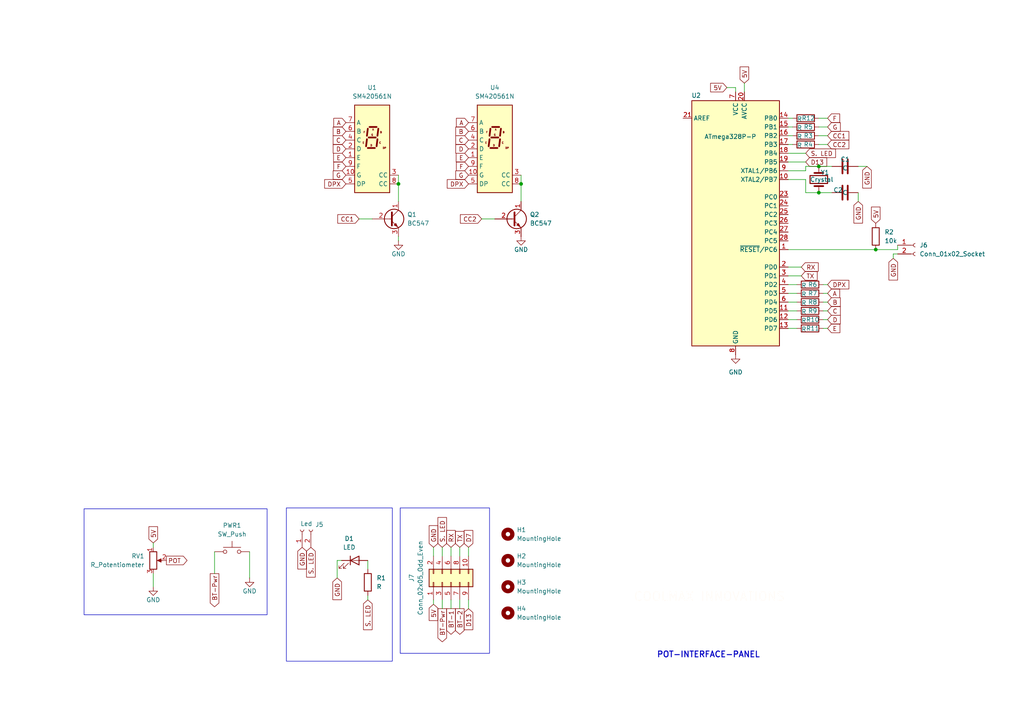
<source format=kicad_sch>
(kicad_sch (version 20231120) (generator "eeschema") (generator_version "8.0")
  (paper "A4")
  (lib_symbols
    (symbol "Connector:Conn_01x02_Socket" (pin_names (offset 1.016) hide)
      (property "Reference" "J" (at 0 2.54 0))
      (property "Value" "Conn_01x02_Socket" (at 0 -5.08 0))
      (symbol "Conn_01x02_Socket_1_1"
        (arc (start 0 -2.032) (mid -0.5058 -2.54) (end 0 -3.048) (stroke (width 0.1524)))
        (polyline (pts (xy -1.27 -2.54) (xy -0.508 -2.54)) (stroke (width 0.1524)))
        (polyline (pts (xy -1.27 0) (xy -0.508 0)) (stroke (width 0.1524)))
        (arc (start 0 0.508) (mid -0.5058 0) (end 0 -0.508) (stroke (width 0.1524)))
        (pin passive line (at -5.08 0 0) (length 3.81) (name "Pin_1") (number "1"))
        (pin passive line (at -5.08 -2.54 0) (length 3.81) (name "Pin_2") (number "2"))
      )
    )
    (symbol "Connector_Generic:Conn_02x05_Odd_Even" (pin_names (offset 1.016) hide)
      (property "Reference" "J" (at 1.27 7.62 0))
      (property "Value" "Conn_02x05_Odd_Even" (at 1.27 -7.62 0))
      (symbol "Conn_02x05_Odd_Even_1_1"
        (rectangle (start -1.27 -4.953) (end 0 -5.207) (stroke (width 0.1524)))
        (rectangle (start -1.27 -2.413) (end 0 -2.667) (stroke (width 0.1524)))
        (rectangle (start -1.27 0.127) (end 0 -0.127) (stroke (width 0.1524)))
        (rectangle (start -1.27 2.667) (end 0 2.413) (stroke (width 0.1524)))
        (rectangle (start -1.27 5.207) (end 0 4.953) (stroke (width 0.1524)))
        (rectangle (start -1.27 6.35) (end 3.81 -6.35) (stroke (width 0.254)) (fill (type background)))
        (rectangle (start 3.81 -4.953) (end 2.54 -5.207) (stroke (width 0.1524)))
        (rectangle (start 3.81 -2.413) (end 2.54 -2.667) (stroke (width 0.1524)))
        (rectangle (start 3.81 0.127) (end 2.54 -0.127) (stroke (width 0.1524)))
        (rectangle (start 3.81 2.667) (end 2.54 2.413) (stroke (width 0.1524)))
        (rectangle (start 3.81 5.207) (end 2.54 4.953) (stroke (width 0.1524)))
        (pin passive line (at -5.08 5.08 0) (length 3.81) (name "Pin_1") (number "1"))
        (pin passive line (at 7.62 -5.08 180) (length 3.81) (name "Pin_10") (number "10"))
        (pin passive line (at 7.62 5.08 180) (length 3.81) (name "Pin_2") (number "2"))
        (pin passive line (at -5.08 2.54 0) (length 3.81) (name "Pin_3") (number "3"))
        (pin passive line (at 7.62 2.54 180) (length 3.81) (name "Pin_4") (number "4"))
        (pin passive line (at -5.08 0 0) (length 3.81) (name "Pin_5") (number "5"))
        (pin passive line (at 7.62 0 180) (length 3.81) (name "Pin_6") (number "6"))
        (pin passive line (at -5.08 -2.54 0) (length 3.81) (name "Pin_7") (number "7"))
        (pin passive line (at 7.62 -2.54 180) (length 3.81) (name "Pin_8") (number "8"))
        (pin passive line (at -5.08 -5.08 0) (length 3.81) (name "Pin_9") (number "9"))
      )
    )
    (symbol "Device:C" (pin_numbers hide) (pin_names (offset 0.254))
      (property "Reference" "C" (at 0.635 2.54 0))
      (property "Value" "C" (at 0.635 -2.54 0))
      (symbol "C_0_1"
        (polyline (pts (xy -2.032 -0.762) (xy 2.032 -0.762)) (stroke (width 0.508)))
        (polyline (pts (xy -2.032 0.762) (xy 2.032 0.762)) (stroke (width 0.508)))
      )
      (symbol "C_1_1"
        (pin passive line (at 0 3.81 270) (length 2.794) (name "~") (number "1"))
        (pin passive line (at 0 -3.81 90) (length 2.794) (name "~") (number "2"))
      )
    )
    (symbol "Device:Crystal" (pin_numbers hide) (pin_names (offset 1.016) hide)
      (property "Reference" "Y" (at 0 3.81 0))
      (property "Value" "Crystal" (at 0 -3.81 0))
      (symbol "Crystal_0_1"
        (rectangle (start -1.143 2.54) (end 1.143 -2.54) (stroke (width 0.3048)))
        (polyline (pts (xy -2.54 0) (xy -1.905 0)))
        (polyline (pts (xy -1.905 -1.27) (xy -1.905 1.27)) (stroke (width 0.508)))
        (polyline (pts (xy 1.905 -1.27) (xy 1.905 1.27)) (stroke (width 0.508)))
        (polyline (pts (xy 2.54 0) (xy 1.905 0)))
      )
      (symbol "Crystal_1_1"
        (pin passive line (at -3.81 0 0) (length 1.27) (name "1") (number "1"))
        (pin passive line (at 3.81 0 180) (length 1.27) (name "2") (number "2"))
      )
    )
    (symbol "Device:LED" (pin_numbers hide) (pin_names (offset 1.016) hide)
      (property "Reference" "D" (at 0 2.54 0))
      (property "Value" "LED" (at 0 -2.54 0))
      (symbol "LED_0_1"
        (polyline (pts (xy -1.27 -1.27) (xy -1.27 1.27)) (stroke (width 0.254)))
        (polyline (pts (xy -1.27 0) (xy 1.27 0)))
        (polyline (pts (xy 1.27 -1.27) (xy 1.27 1.27) (xy -1.27 0) (xy 1.27 -1.27)) (stroke (width 0.254)))
        (polyline (pts (xy -3.048 -0.762) (xy -4.572 -2.286) (xy -3.81 -2.286) (xy -4.572 -2.286) (xy -4.572 -1.524)))
        (polyline (pts (xy -1.778 -0.762) (xy -3.302 -2.286) (xy -2.54 -2.286) (xy -3.302 -2.286) (xy -3.302 -1.524)))
      )
      (symbol "LED_1_1"
        (pin passive line (at -3.81 0 0) (length 2.54) (name "K") (number "1"))
        (pin passive line (at 3.81 0 180) (length 2.54) (name "A") (number "2"))
      )
    )
    (symbol "Device:R" (pin_numbers hide) (pin_names (offset 0))
      (property "Reference" "R" (at 2.032 0 90))
      (property "Value" "R" (at 0 0 90))
      (symbol "R_0_1"
        (rectangle (start -1.016 -2.54) (end 1.016 2.54) (stroke (width 0.254)))
      )
      (symbol "R_1_1"
        (pin passive line (at 0 3.81 270) (length 1.27) (name "~") (number "1"))
        (pin passive line (at 0 -3.81 90) (length 1.27) (name "~") (number "2"))
      )
    )
    (symbol "Device:R_Potentiometer" (pin_names (offset 1.016) hide)
      (property "Reference" "RV" (at -4.445 0 90))
      (property "Value" "R_Potentiometer" (at -2.54 0 90))
      (symbol "R_Potentiometer_0_1"
        (polyline (pts (xy 2.54 0) (xy 1.524 0)))
        (polyline (pts (xy 1.143 0) (xy 2.286 0.508) (xy 2.286 -0.508) (xy 1.143 0)) (fill (type outline)))
        (rectangle (start 1.016 2.54) (end -1.016 -2.54) (stroke (width 0.254)))
      )
      (symbol "R_Potentiometer_1_1"
        (pin passive line (at 0 3.81 270) (length 1.27) (name "1") (number "1"))
        (pin passive line (at 3.81 0 180) (length 1.27) (name "2") (number "2"))
        (pin passive line (at 0 -3.81 90) (length 1.27) (name "3") (number "3"))
      )
    )
    (symbol "Display_Character:SM420561N"
      (property "Reference" "U" (at -2.54 13.97 0))
      (property "Value" "SM420561N" (at 1.27 13.97 0))
      (symbol "SM420561N_0_0"
        (text "A" (at 0.254 5.588 0) (effects (font (size 0.508 0.508))))
        (text "B" (at 2.54 4.826 0) (effects (font (size 0.508 0.508))))
        (text "C" (at 2.286 1.778 0) (effects (font (size 0.508 0.508))))
        (text "D" (at -0.254 1.016 0) (effects (font (size 0.508 0.508))))
        (text "DP" (at 3.556 0.254 0) (effects (font (size 0.508 0.508))))
        (text "E" (at -2.54 1.778 0) (effects (font (size 0.508 0.508))))
        (text "F" (at -2.286 4.826 0) (effects (font (size 0.508 0.508))))
        (text "G" (at 0 4.064 0) (effects (font (size 0.508 0.508))))
      )
      (symbol "SM420561N_0_1"
        (rectangle (start -5.08 12.7) (end 5.08 -12.7) (stroke (width 0.254)) (fill (type background)))
        (polyline (pts (xy -1.524 2.794) (xy -1.778 0.762)) (stroke (width 0.508)))
        (polyline (pts (xy -1.27 0.254) (xy 0.762 0.254)) (stroke (width 0.508)))
        (polyline (pts (xy -1.27 5.842) (xy -1.524 3.81)) (stroke (width 0.508)))
        (polyline (pts (xy -1.016 3.302) (xy 1.016 3.302)) (stroke (width 0.508)))
        (polyline (pts (xy -0.762 6.35) (xy 1.27 6.35)) (stroke (width 0.508)))
        (polyline (pts (xy 1.524 2.794) (xy 1.27 0.762)) (stroke (width 0.508)))
        (polyline (pts (xy 1.778 5.842) (xy 1.524 3.81)) (stroke (width 0.508)))
        (polyline (pts (xy 2.54 0.254) (xy 2.54 0.254)) (stroke (width 0.508)))
      )
      (symbol "SM420561N_1_1"
        (pin input line (at -7.62 -2.54 0) (length 2.54) (name "E") (number "1"))
        (pin input line (at -7.62 -7.62 0) (length 2.54) (name "G") (number "10"))
        (pin input line (at -7.62 0 0) (length 2.54) (name "D") (number "2"))
        (pin input line (at 7.62 -7.62 180) (length 2.54) (name "CC") (number "3"))
        (pin input line (at -7.62 2.54 0) (length 2.54) (name "C") (number "4"))
        (pin input line (at -7.62 -10.16 0) (length 2.54) (name "DP") (number "5"))
        (pin input line (at -7.62 5.08 0) (length 2.54) (name "B") (number "6"))
        (pin input line (at -7.62 7.62 0) (length 2.54) (name "A") (number "7"))
        (pin input line (at 7.62 -10.16 180) (length 2.54) (name "CC") (number "8"))
        (pin input line (at -7.62 -5.08 0) (length 2.54) (name "F") (number "9"))
      )
    )
    (symbol "MCU_Microchip_ATmega:ATmega328P-P"
      (property "Reference" "U" (at -12.7 36.83 0))
      (property "Value" "ATmega328P-P" (at 2.54 -36.83 0))
      (symbol "ATmega328P-P_0_1"
        (rectangle (start -12.7 -35.56) (end 12.7 35.56) (stroke (width 0.254)) (fill (type background)))
      )
      (symbol "ATmega328P-P_1_1"
        (pin bidirectional line (at 15.24 -7.62 180) (length 2.54) (name "~{RESET}/PC6") (number "1"))
        (pin bidirectional line (at 15.24 12.7 180) (length 2.54) (name "XTAL2/PB7") (number "10"))
        (pin bidirectional line (at 15.24 -25.4 180) (length 2.54) (name "PD5") (number "11"))
        (pin bidirectional line (at 15.24 -27.94 180) (length 2.54) (name "PD6") (number "12"))
        (pin bidirectional line (at 15.24 -30.48 180) (length 2.54) (name "PD7") (number "13"))
        (pin bidirectional line (at 15.24 30.48 180) (length 2.54) (name "PB0") (number "14"))
        (pin bidirectional line (at 15.24 27.94 180) (length 2.54) (name "PB1") (number "15"))
        (pin bidirectional line (at 15.24 25.4 180) (length 2.54) (name "PB2") (number "16"))
        (pin bidirectional line (at 15.24 22.86 180) (length 2.54) (name "PB3") (number "17"))
        (pin bidirectional line (at 15.24 20.32 180) (length 2.54) (name "PB4") (number "18"))
        (pin bidirectional line (at 15.24 17.78 180) (length 2.54) (name "PB5") (number "19"))
        (pin bidirectional line (at 15.24 -12.7 180) (length 2.54) (name "PD0") (number "2"))
        (pin power_in line (at 2.54 38.1 270) (length 2.54) (name "AVCC") (number "20"))
        (pin passive line (at -15.24 30.48 0) (length 2.54) (name "AREF") (number "21"))
        (pin passive line (at 0 -38.1 90) (length 2.54) hide (name "GND") (number "22"))
        (pin bidirectional line (at 15.24 7.62 180) (length 2.54) (name "PC0") (number "23"))
        (pin bidirectional line (at 15.24 5.08 180) (length 2.54) (name "PC1") (number "24"))
        (pin bidirectional line (at 15.24 2.54 180) (length 2.54) (name "PC2") (number "25"))
        (pin bidirectional line (at 15.24 0 180) (length 2.54) (name "PC3") (number "26"))
        (pin bidirectional line (at 15.24 -2.54 180) (length 2.54) (name "PC4") (number "27"))
        (pin bidirectional line (at 15.24 -5.08 180) (length 2.54) (name "PC5") (number "28"))
        (pin bidirectional line (at 15.24 -15.24 180) (length 2.54) (name "PD1") (number "3"))
        (pin bidirectional line (at 15.24 -17.78 180) (length 2.54) (name "PD2") (number "4"))
        (pin bidirectional line (at 15.24 -20.32 180) (length 2.54) (name "PD3") (number "5"))
        (pin bidirectional line (at 15.24 -22.86 180) (length 2.54) (name "PD4") (number "6"))
        (pin power_in line (at 0 38.1 270) (length 2.54) (name "VCC") (number "7"))
        (pin power_in line (at 0 -38.1 90) (length 2.54) (name "GND") (number "8"))
        (pin bidirectional line (at 15.24 15.24 180) (length 2.54) (name "XTAL1/PB6") (number "9"))
      )
    )
    (symbol "Mechanical:MountingHole" (pin_names (offset 1.016)) (exclude_from_sim yes) (in_bom no)
      (property "Reference" "H" (at 0 5.08 0))
      (property "Value" "MountingHole" (at 0 3.175 0))
      (symbol "MountingHole_0_1"
        (circle (center 0 0) (radius 1.27) (stroke (width 1.27)))
      )
    )
    (symbol "Switch:SW_Push" (pin_numbers hide) (pin_names (offset 1.016) hide)
      (property "Reference" "SW" (at 1.27 2.54 0))
      (property "Value" "SW_Push" (at 0 -1.524 0))
      (symbol "SW_Push_0_1"
        (circle (center -2.032 0) (radius 0.508))
        (polyline (pts (xy 0 1.27) (xy 0 3.048)))
        (polyline (pts (xy 2.54 1.27) (xy -2.54 1.27)))
        (circle (center 2.032 0) (radius 0.508))
        (pin passive line (at -5.08 0 0) (length 2.54) (name "1") (number "1"))
        (pin passive line (at 5.08 0 180) (length 2.54) (name "2") (number "2"))
      )
    )
    (symbol "Transistor_BJT:BC547" (pin_names (offset 0) hide)
      (property "Reference" "Q" (at 5.08 1.905 0))
      (property "Value" "BC547" (at 5.08 0 0))
      (symbol "BC547_0_1"
        (polyline (pts (xy 0 0) (xy 0.635 0)))
        (polyline (pts (xy 0.635 0.635) (xy 2.54 2.54)))
        (polyline (pts (xy 0.635 -0.635) (xy 2.54 -2.54) (xy 2.54 -2.54)))
        (polyline (pts (xy 0.635 1.905) (xy 0.635 -1.905) (xy 0.635 -1.905)) (stroke (width 0.508)))
        (polyline (pts (xy 1.27 -1.778) (xy 1.778 -1.27) (xy 2.286 -2.286) (xy 1.27 -1.778) (xy 1.27 -1.778)) (fill (type outline)))
        (circle (center 1.27 0) (radius 2.8194) (stroke (width 0.254)))
      )
      (symbol "BC547_1_1"
        (pin passive line (at 2.54 5.08 270) (length 2.54) (name "C") (number "1"))
        (pin input line (at -5.08 0 0) (length 5.08) (name "B") (number "2"))
        (pin passive line (at 2.54 -5.08 90) (length 2.54) (name "E") (number "3"))
      )
    )
    (symbol "power:GND" (power) (pin_numbers hide) (pin_names (offset 0) hide)
      (property "Value" "GND" (at 0 -3.81 0))
      (symbol "GND_0_1"
        (polyline (pts (xy 0 0) (xy 0 -1.27) (xy 1.27 -1.27) (xy 0 -2.54) (xy -1.27 -1.27) (xy 0 -1.27)))
      )
      (symbol "GND_1_1"
        (pin power_in line (at 0 0 270) (length 0) (name "~") (number "1"))
      )
    )
  )
  (junction (at 237.49 55.88))
  (junction (at 115.57 53.34))
  (junction (at 151.13 53.34))
  (junction (at 254 72.39))
  (junction (at 237.49 48.26))
  (wire (pts (xy 99.06 162.56) (xy 97.79 162.56)))
  (wire (pts (xy 254 72.39) (xy 260.35 72.39)))
  (wire (pts (xy 237.49 41.91) (xy 240.03 41.91)))
  (wire (pts (xy 238.76 85.09) (xy 240.03 85.09)))
  (wire (pts (xy 228.6 80.01) (xy 232.41 80.01)))
  (wire (pts (xy 260.35 71.12) (xy 260.35 72.39)))
  (wire (pts (xy 135.89 176.53) (xy 135.89 173.99)))
  (wire (pts (xy 238.76 90.17) (xy 240.03 90.17)))
  (wire (pts (xy 228.6 72.39) (xy 254 72.39)))
  (wire (pts (xy 139.7 63.5) (xy 143.51 63.5)))
  (wire (pts (xy 233.68 48.26) (xy 237.49 48.26)))
  (wire (pts (xy 115.57 69.85) (xy 115.57 68.58)))
  (wire (pts (xy 213.36 26.67) (xy 213.36 25.4)))
  (wire (pts (xy 259.08 74.93) (xy 259.08 73.66)))
  (wire (pts (xy 238.76 92.71) (xy 240.03 92.71)))
  (wire (pts (xy 248.92 48.26) (xy 251.46 48.26)))
  (wire (pts (xy 128.27 176.53) (xy 128.27 173.99)))
  (wire (pts (xy 72.39 167.64) (xy 72.39 160.02)))
  (wire (pts (xy 238.76 87.63) (xy 240.03 87.63)))
  (wire (pts (xy 228.6 49.53) (xy 233.68 49.53)))
  (wire (pts (xy 62.23 160.02) (xy 62.23 166.37)))
  (wire (pts (xy 237.49 55.88) (xy 241.3 55.88)))
  (wire (pts (xy 237.49 48.26) (xy 241.3 48.26)))
  (wire (pts (xy 128.27 161.29) (xy 128.27 158.75)))
  (wire (pts (xy 228.6 41.91) (xy 229.87 41.91)))
  (wire (pts (xy 97.79 162.56) (xy 97.79 167.64)))
  (wire (pts (xy 133.35 176.53) (xy 133.35 173.99)))
  (wire (pts (xy 228.6 46.99) (xy 233.68 46.99)))
  (wire (pts (xy 259.08 73.66) (xy 260.35 73.66)))
  (wire (pts (xy 237.49 36.83) (xy 240.03 36.83)))
  (wire (pts (xy 151.13 50.8) (xy 151.13 53.34)))
  (wire (pts (xy 228.6 77.47) (xy 232.41 77.47)))
  (wire (pts (xy 237.49 39.37) (xy 240.03 39.37)))
  (wire (pts (xy 115.57 53.34) (xy 115.57 58.42)))
  (wire (pts (xy 228.6 52.07) (xy 233.68 52.07)))
  (wire (pts (xy 228.6 92.71) (xy 231.14 92.71)))
  (wire (pts (xy 228.6 87.63) (xy 231.14 87.63)))
  (wire (pts (xy 228.6 82.55) (xy 231.14 82.55)))
  (wire (pts (xy 151.13 53.34) (xy 151.13 58.42)))
  (wire (pts (xy 106.68 162.56) (xy 106.68 165.1)))
  (wire (pts (xy 130.81 176.53) (xy 130.81 173.99)))
  (wire (pts (xy 248.92 58.42) (xy 248.92 55.88)))
  (wire (pts (xy 237.49 34.29) (xy 240.03 34.29)))
  (wire (pts (xy 238.76 95.25) (xy 240.03 95.25)))
  (wire (pts (xy 228.6 90.17) (xy 231.14 90.17)))
  (wire (pts (xy 228.6 34.29) (xy 229.87 34.29)))
  (wire (pts (xy 125.73 175.26) (xy 125.73 173.99)))
  (wire (pts (xy 233.68 49.53) (xy 233.68 48.26)))
  (wire (pts (xy 115.57 50.8) (xy 115.57 53.34)))
  (wire (pts (xy 228.6 44.45) (xy 233.68 44.45)))
  (wire (pts (xy 135.89 158.75) (xy 135.89 161.29)))
  (wire (pts (xy 106.68 172.72) (xy 106.68 173.99)))
  (wire (pts (xy 104.14 63.5) (xy 107.95 63.5)))
  (wire (pts (xy 44.45 157.48) (xy 44.45 158.75)))
  (wire (pts (xy 228.6 36.83) (xy 229.87 36.83)))
  (wire (pts (xy 233.68 52.07) (xy 233.68 55.88)))
  (wire (pts (xy 215.9 24.13) (xy 215.9 26.67)))
  (wire (pts (xy 228.6 95.25) (xy 231.14 95.25)))
  (wire (pts (xy 228.6 39.37) (xy 229.87 39.37)))
  (wire (pts (xy 125.73 158.75) (xy 125.73 161.29)))
  (wire (pts (xy 233.68 55.88) (xy 237.49 55.88)))
  (wire (pts (xy 133.35 161.29) (xy 133.35 158.75)))
  (wire (pts (xy 238.76 82.55) (xy 240.03 82.55)))
  (wire (pts (xy 228.6 85.09) (xy 231.14 85.09)))
  (wire (pts (xy 213.36 25.4) (xy 210.82 25.4)))
  (wire (pts (xy 130.81 161.29) (xy 130.81 158.75)))
  (wire (pts (xy 44.45 170.18) (xy 44.45 166.37)))
  (rectangle (start 83.058 147.32) (end 113.792 191.77))
  (rectangle (start 116.078 189.484) (end 141.986 147.32))
  (rectangle (start 24.384 147.574) (end 77.47 178.308))
  (rectangle (start 86.36 157.48) (end 86.36 157.48))
  (text "POT-INTERFACE-PANEL\n" (at 205.486 189.992 0) (effects (font (size 1.6764 1.6764) (thickness 0.2794) (bold yes))))
  (text "COOLMAX INNOVATIONS" (at 205.74 173.228 0) (effects (font (size 2.54 2.54) (thickness 0.3556) (bold yes))))
  (global_label "CC1" (shape input) (at 240.03 39.37 0) (property "Intersheetrefs" "${INTERSHEET_REFS}" (effects (hide yes))))
  (global_label "C" (shape input) (at 100.33 40.64 180) (property "Intersheetrefs" "${INTERSHEET_REFS}" (effects (hide yes))))
  (global_label "F" (shape input) (at 135.89 48.26 180) (property "Intersheetrefs" "${INTERSHEET_REFS}" (effects (hide yes))))
  (global_label "BT-2" (shape output) (at 133.35 176.53 270) (property "Intersheetrefs" "${INTERSHEET_REFS}" (effects (hide yes))))
  (global_label "BT-Pwr" (shape output) (at 62.23 166.37 270) (property "Intersheetrefs" "${INTERSHEET_REFS}" (effects (hide yes))))
  (global_label "CC2" (shape input) (at 139.7 63.5 180) (property "Intersheetrefs" "${INTERSHEET_REFS}" (effects (hide yes))))
  (global_label "5V" (shape input) (at 44.45 157.48 90) (property "Intersheetrefs" "${INTERSHEET_REFS}" (effects (hide yes))))
  (global_label "S. LED" (shape input) (at 106.68 173.99 270) (property "Intersheetrefs" "${INTERSHEET_REFS}" (effects (hide yes))))
  (global_label "GND" (shape input) (at 251.46 48.26 270) (property "Intersheetrefs" "${INTERSHEET_REFS}" (effects (hide yes))))
  (global_label "E" (shape input) (at 100.33 45.72 180) (property "Intersheetrefs" "${INTERSHEET_REFS}" (effects (hide yes))))
  (global_label "5V" (shape input) (at 215.9 24.13 90) (property "Intersheetrefs" "${INTERSHEET_REFS}" (effects (hide yes))))
  (global_label "C" (shape input) (at 135.89 40.64 180) (property "Intersheetrefs" "${INTERSHEET_REFS}" (effects (hide yes))))
  (global_label "A" (shape input) (at 100.33 35.56 180) (property "Intersheetrefs" "${INTERSHEET_REFS}" (effects (hide yes))))
  (global_label "S. LED" (shape input) (at 128.27 158.75 90) (property "Intersheetrefs" "${INTERSHEET_REFS}" (effects (hide yes))))
  (global_label "E" (shape input) (at 135.89 45.72 180) (property "Intersheetrefs" "${INTERSHEET_REFS}" (effects (hide yes))))
  (global_label "D" (shape input) (at 240.03 92.71 0) (property "Intersheetrefs" "${INTERSHEET_REFS}" (effects (hide yes))))
  (global_label "C" (shape input) (at 240.03 90.17 0) (property "Intersheetrefs" "${INTERSHEET_REFS}" (effects (hide yes))))
  (global_label "S. LED" (shape input) (at 90.17 158.75 270) (property "Intersheetrefs" "${INTERSHEET_REFS}" (effects (hide yes))))
  (global_label "5V" (shape input) (at 125.73 175.26 270) (property "Intersheetrefs" "${INTERSHEET_REFS}" (effects (hide yes))))
  (global_label "DPX" (shape input) (at 240.03 82.55 0) (property "Intersheetrefs" "${INTERSHEET_REFS}" (effects (hide yes))))
  (global_label "D" (shape input) (at 100.33 43.18 180) (property "Intersheetrefs" "${INTERSHEET_REFS}" (effects (hide yes))))
  (global_label "A" (shape input) (at 135.89 35.56 180) (property "Intersheetrefs" "${INTERSHEET_REFS}" (effects (hide yes))))
  (global_label "POT" (shape output) (at 48.26 162.56 0) (property "Intersheetrefs" "${INTERSHEET_REFS}" (effects (hide yes))))
  (global_label "TX" (shape input) (at 232.41 80.01 0) (property "Intersheetrefs" "${INTERSHEET_REFS}" (effects (hide yes))))
  (global_label "CC2" (shape input) (at 240.03 41.91 0) (property "Intersheetrefs" "${INTERSHEET_REFS}" (effects (hide yes))))
  (global_label "D" (shape input) (at 135.89 43.18 180) (property "Intersheetrefs" "${INTERSHEET_REFS}" (effects (hide yes))))
  (global_label "D7" (shape input) (at 135.89 158.75 90) (property "Intersheetrefs" "${INTERSHEET_REFS}" (effects (hide yes))))
  (global_label "GND" (shape input) (at 125.73 158.75 90) (property "Intersheetrefs" "${INTERSHEET_REFS}" (effects (hide yes))))
  (global_label "DPX" (shape input) (at 135.89 53.34 180) (property "Intersheetrefs" "${INTERSHEET_REFS}" (effects (hide yes))))
  (global_label "B" (shape input) (at 135.89 38.1 180) (property "Intersheetrefs" "${INTERSHEET_REFS}" (effects (hide yes))))
  (global_label "S. LED" (shape input) (at 233.68 44.45 0) (property "Intersheetrefs" "${INTERSHEET_REFS}" (effects (hide yes))))
  (global_label "F" (shape input) (at 100.33 48.26 180) (property "Intersheetrefs" "${INTERSHEET_REFS}" (effects (hide yes))))
  (global_label "TX" (shape input) (at 133.35 158.75 90) (property "Intersheetrefs" "${INTERSHEET_REFS}" (effects (hide yes))))
  (global_label "A" (shape input) (at 240.03 85.09 0) (property "Intersheetrefs" "${INTERSHEET_REFS}" (effects (hide yes))))
  (global_label "GND" (shape input) (at 259.08 74.93 270) (property "Intersheetrefs" "${INTERSHEET_REFS}" (effects (hide yes))))
  (global_label "B" (shape input) (at 100.33 38.1 180) (property "Intersheetrefs" "${INTERSHEET_REFS}" (effects (hide yes))))
  (global_label "D13" (shape input) (at 233.68 46.99 0) (property "Intersheetrefs" "${INTERSHEET_REFS}" (effects (hide yes))))
  (global_label "G" (shape input) (at 240.03 36.83 0) (property "Intersheetrefs" "${INTERSHEET_REFS}" (effects (hide yes))))
  (global_label "DPX" (shape input) (at 100.33 53.34 180) (property "Intersheetrefs" "${INTERSHEET_REFS}" (effects (hide yes))))
  (global_label "BT-Pwr" (shape output) (at 128.27 176.53 270) (property "Intersheetrefs" "${INTERSHEET_REFS}" (effects (hide yes))))
  (global_label "F" (shape input) (at 240.03 34.29 0) (property "Intersheetrefs" "${INTERSHEET_REFS}" (effects (hide yes))))
  (global_label "GND" (shape input) (at 248.92 58.42 270) (property "Intersheetrefs" "${INTERSHEET_REFS}" (effects (hide yes))))
  (global_label "RX" (shape input) (at 232.41 77.47 0) (property "Intersheetrefs" "${INTERSHEET_REFS}" (effects (hide yes))))
  (global_label "GND" (shape input) (at 97.79 167.64 270) (property "Intersheetrefs" "${INTERSHEET_REFS}" (effects (hide yes))))
  (global_label "CC1" (shape input) (at 104.14 63.5 180) (property "Intersheetrefs" "${INTERSHEET_REFS}" (effects (hide yes))))
  (global_label "D13" (shape input) (at 135.89 176.53 270) (property "Intersheetrefs" "${INTERSHEET_REFS}" (effects (hide yes))))
  (global_label "RX" (shape input) (at 130.81 158.75 90) (property "Intersheetrefs" "${INTERSHEET_REFS}" (effects (hide yes))))
  (global_label "E" (shape input) (at 240.03 95.25 0) (property "Intersheetrefs" "${INTERSHEET_REFS}" (effects (hide yes))))
  (global_label "BT-1" (shape output) (at 130.81 176.53 270) (property "Intersheetrefs" "${INTERSHEET_REFS}" (effects (hide yes))))
  (global_label "G" (shape input) (at 100.33 50.8 180) (property "Intersheetrefs" "${INTERSHEET_REFS}" (effects (hide yes))))
  (global_label "5V" (shape input) (at 254 64.77 90) (property "Intersheetrefs" "${INTERSHEET_REFS}" (effects (hide yes))))
  (global_label "GND" (shape input) (at 87.63 158.75 270) (property "Intersheetrefs" "${INTERSHEET_REFS}" (effects (hide yes))))
  (global_label "5V" (shape input) (at 210.82 25.4 180) (property "Intersheetrefs" "${INTERSHEET_REFS}" (effects (hide yes))))
  (global_label "B" (shape input) (at 240.03 87.63 0) (property "Intersheetrefs" "${INTERSHEET_REFS}" (effects (hide yes))))
  (global_label "G" (shape input) (at 135.89 50.8 180) (property "Intersheetrefs" "${INTERSHEET_REFS}" (effects (hide yes))))
  (symbol (lib_id "Mechanical:MountingHole") (at 147.32 170.18 0) (unit 1) (exclude_from_sim yes) (in_bom no)
    (property "Reference" "H3" (at 149.86 168.9099 0) (effects (justify left)))
    (property "Value" "MountingHole" (at 149.86 171.4499 0) (effects (justify left)))
    (property "Footprint" "MountingHole:MountingHole_2.2mm_M2" (effects (hide yes)))
    (property "Description" "Mounting Hole without connection" (effects (hide yes)))
  )
  (symbol (lib_id "Switch:SW_Push") (at 67.31 160.02 0) (unit 1)
    (property "Reference" "PWR1" (at 67.31 152.4 0))
    (property "Value" "SW_Push" (at 67.31 154.94 0))
    (property "Footprint" "Button_Switch_THT:SW_PUSH-12mm" (effects (hide yes)))
    (property "Description" "Push button switch, generic, two pins" (effects (hide yes)))
  )
  (symbol (lib_id "power:GND") (at 213.36 102.87 0) (unit 1)
    (property "Reference" "#PWR02" (effects (hide yes)))
    (property "Value" "GND" (at 213.36 107.95 0))
    (property "Description" "Power symbol creates a global label with name \"GND\" , ground" (effects (hide yes)))
  )
  (symbol (lib_id "Display_Character:SM420561N") (at 143.51 43.18 0) (unit 1)
    (property "Reference" "U4" (at 143.51 25.4 0))
    (property "Value" "SM420561N" (at 143.51 27.94 0))
    (property "Footprint" "Display_7Segment:7SegmentLED_LTS6760_LTS6780" (effects (hide yes)))
    (property "Datasheet" "https://datasheet.lcsc.com/szlcsc/Wuxi-ARK-Tech-Elec-SM420561N_C141367.pdf" (effects (hide yes)))
    (property "Description" "One digit 7 segment blue LED, common cathode" (effects (hide yes)))
  )
  (symbol (lib_id "Device:R") (at 233.68 36.83 90) (unit 1)
    (property "Reference" "R5" (at 234.442 36.83 90))
    (property "Value" "R" (at 231.902 37.084 90))
    (property "Footprint" "Resistor_THT:R_Axial_DIN0204_L3.6mm_D1.6mm_P5.08mm_Horizontal" (effects (hide yes)))
    (property "Description" "Resistor" (effects (hide yes)))
  )
  (symbol (lib_id "Display_Character:SM420561N") (at 107.95 43.18 0) (unit 1)
    (property "Reference" "U1" (at 107.95 25.4 0))
    (property "Value" "SM420561N" (at 107.95 27.94 0))
    (property "Footprint" "Display_7Segment:7SegmentLED_LTS6760_LTS6780" (effects (hide yes)))
    (property "Datasheet" "https://datasheet.lcsc.com/szlcsc/Wuxi-ARK-Tech-Elec-SM420561N_C141367.pdf" (effects (hide yes)))
    (property "Description" "One digit 7 segment blue LED, common cathode" (effects (hide yes)))
  )
  (symbol (lib_id "Device:LED") (at 102.87 162.56 0) (unit 1)
    (property "Reference" "D1" (at 101.2825 156.21 0))
    (property "Value" "LED" (at 101.2825 158.75 0))
    (property "Footprint" "LED_THT:LED_D3.0mm" (effects (hide yes)))
    (property "Description" "Light emitting diode" (effects (hide yes)))
  )
  (symbol (lib_id "Transistor_BJT:BC547") (at 148.59 63.5 0) (unit 1)
    (property "Reference" "Q2" (at 153.67 62.2299 0) (effects (justify left)))
    (property "Value" "BC547" (at 153.67 64.7699 0) (effects (justify left)))
    (property "Footprint" "Package_TO_SOT_THT:TO-92_Inline" (effects (hide yes)))
    (property "Datasheet" "https://www.onsemi.com/pub/Collateral/BC550-D.pdf" (effects (hide yes)))
    (property "Description" "0.1A Ic, 45V Vce, Small Signal NPN Transistor, TO-92" (effects (hide yes)))
  )
  (symbol (lib_id "Device:R") (at 106.68 168.91 0) (unit 1)
    (property "Reference" "R1" (at 109.22 167.6399 0) (effects (justify left)))
    (property "Value" "R" (at 109.22 170.1799 0) (effects (justify left)))
    (property "Footprint" "Resistor_THT:R_Axial_DIN0204_L3.6mm_D1.6mm_P5.08mm_Horizontal" (effects (hide yes)))
    (property "Description" "Resistor" (effects (hide yes)))
  )
  (symbol (lib_id "Device:C") (at 245.11 48.26 90) (unit 1)
    (property "Reference" "C1" (at 245.11 46.228 90))
    (property "Value" "C" (at 245.11 48.768 90))
    (property "Footprint" "Capacitor_THT:C_Disc_D3.0mm_W1.6mm_P2.50mm" (effects (hide yes)))
    (property "Description" "Unpolarized capacitor" (effects (hide yes)))
  )
  (symbol (lib_id "Device:R") (at 234.95 95.25 90) (unit 1)
    (property "Reference" "R11" (at 235.712 95.25 90))
    (property "Value" "R" (at 233.172 95.504 90))
    (property "Footprint" "Resistor_THT:R_Axial_DIN0204_L3.6mm_D1.6mm_P5.08mm_Horizontal" (effects (hide yes)))
    (property "Description" "Resistor" (effects (hide yes)))
  )
  (symbol (lib_id "Device:R") (at 234.95 85.09 90) (unit 1)
    (property "Reference" "R7" (at 235.712 85.09 90))
    (property "Value" "R" (at 233.172 85.344 90))
    (property "Footprint" "Resistor_THT:R_Axial_DIN0204_L3.6mm_D1.6mm_P5.08mm_Horizontal" (effects (hide yes)))
    (property "Description" "Resistor" (effects (hide yes)))
  )
  (symbol (lib_id "Mechanical:MountingHole") (at 147.32 154.94 0) (unit 1) (exclude_from_sim yes) (in_bom no)
    (property "Reference" "H1" (at 149.86 153.6699 0) (effects (justify left)))
    (property "Value" "MountingHole" (at 149.86 156.2099 0) (effects (justify left)))
    (property "Footprint" "MountingHole:MountingHole_2.2mm_M2" (effects (hide yes)))
    (property "Description" "Mounting Hole without connection" (effects (hide yes)))
  )
  (symbol (lib_id "Mechanical:MountingHole") (at 147.32 177.8 0) (unit 1) (exclude_from_sim yes) (in_bom no)
    (property "Reference" "H4" (at 149.86 176.5299 0) (effects (justify left)))
    (property "Value" "MountingHole" (at 149.86 179.0699 0) (effects (justify left)))
    (property "Footprint" "MountingHole:MountingHole_2.2mm_M2" (effects (hide yes)))
    (property "Description" "Mounting Hole without connection" (effects (hide yes)))
  )
  (symbol (lib_id "power:GND") (at 151.13 68.58 0) (unit 1)
    (property "Reference" "#PWR03" (effects (hide yes)))
    (property "Value" "GND" (at 151.13 72.39 0))
    (property "Description" "Power symbol creates a global label with name \"GND\" , ground" (effects (hide yes)))
  )
  (symbol (lib_id "Device:R") (at 234.95 87.63 90) (unit 1)
    (property "Reference" "R8" (at 235.712 87.63 90))
    (property "Value" "R" (at 233.172 87.884 90))
    (property "Footprint" "Resistor_THT:R_Axial_DIN0204_L3.6mm_D1.6mm_P5.08mm_Horizontal" (effects (hide yes)))
    (property "Description" "Resistor" (effects (hide yes)))
  )
  (symbol (lib_id "Device:R") (at 234.95 92.71 90) (unit 1)
    (property "Reference" "R10" (at 235.712 92.71 90))
    (property "Value" "R" (at 233.172 92.964 90))
    (property "Footprint" "Resistor_THT:R_Axial_DIN0204_L3.6mm_D1.6mm_P5.08mm_Horizontal" (effects (hide yes)))
    (property "Description" "Resistor" (effects (hide yes)))
  )
  (symbol (lib_id "power:GND") (at 72.39 167.64 0) (unit 1)
    (property "Reference" "#PWR06" (effects (hide yes)))
    (property "Value" "GND" (at 72.39 171.45 0))
    (property "Description" "Power symbol creates a global label with name \"GND\" , ground" (effects (hide yes)))
  )
  (symbol (lib_id "Connector:Conn_01x02_Socket") (at 87.63 153.67 90) (unit 1)
    (property "Reference" "J5" (at 91.44 152.146 90) (effects (justify right)))
    (property "Value" "Led" (at 87.122 151.892 90) (effects (justify right)))
    (property "Footprint" "Connector_JST:JST_EH_B2B-EH-A_1x02_P2.50mm_Vertical" (effects (hide yes)))
    (property "Description" "Generic connector, single row, 01x02, script generated" (effects (hide yes)))
  )
  (symbol (lib_id "Device:R") (at 233.68 39.37 90) (unit 1)
    (property "Reference" "R3" (at 234.442 39.37 90))
    (property "Value" "R" (at 231.902 39.624 90))
    (property "Footprint" "Resistor_THT:R_Axial_DIN0204_L3.6mm_D1.6mm_P5.08mm_Horizontal" (effects (hide yes)))
    (property "Description" "Resistor" (effects (hide yes)))
  )
  (symbol (lib_id "power:GND") (at 115.57 69.85 0) (unit 1)
    (property "Reference" "#PWR01" (effects (hide yes)))
    (property "Value" "GND" (at 115.57 73.66 0))
    (property "Description" "Power symbol creates a global label with name \"GND\" , ground" (effects (hide yes)))
  )
  (symbol (lib_id "Device:R") (at 234.95 90.17 90) (unit 1)
    (property "Reference" "R9" (at 235.712 90.17 90))
    (property "Value" "R" (at 233.172 90.424 90))
    (property "Footprint" "Resistor_THT:R_Axial_DIN0204_L3.6mm_D1.6mm_P5.08mm_Horizontal" (effects (hide yes)))
    (property "Description" "Resistor" (effects (hide yes)))
  )
  (symbol (lib_id "Device:Crystal") (at 237.49 52.07 90) (unit 1)
    (property "Reference" "Y1" (at 237.998 50.038 90) (effects (justify right)))
    (property "Value" "Crystal" (at 234.95 52.07 90) (effects (justify right)))
    (property "Footprint" "Crystal:Crystal_HC18-U_Vertical" (effects (hide yes)))
    (property "Description" "Two pin crystal" (effects (hide yes)))
  )
  (symbol (lib_id "Device:R") (at 233.68 41.91 90) (unit 1)
    (property "Reference" "R4" (at 234.442 41.91 90))
    (property "Value" "R" (at 231.902 42.164 90))
    (property "Footprint" "Resistor_THT:R_Axial_DIN0204_L3.6mm_D1.6mm_P5.08mm_Horizontal" (effects (hide yes)))
    (property "Description" "Resistor" (effects (hide yes)))
  )
  (symbol (lib_id "Connector:Conn_01x02_Socket") (at 265.43 71.12 0) (unit 1)
    (property "Reference" "J6" (at 266.7 71.1199 0) (effects (justify left)))
    (property "Value" "Conn_01x02_Socket" (at 266.7 73.6599 0) (effects (justify left)))
    (property "Footprint" "Connector_PinHeader_1.27mm:PinHeader_1x02_P1.27mm_Vertical" (effects (hide yes)))
    (property "Description" "Generic connector, single row, 01x02, script generated" (effects (hide yes)))
  )
  (symbol (lib_id "Device:R") (at 233.68 34.29 90) (unit 1)
    (property "Reference" "R12" (at 234.442 34.29 90))
    (property "Value" "R" (at 231.902 34.544 90))
    (property "Footprint" "Resistor_THT:R_Axial_DIN0204_L3.6mm_D1.6mm_P5.08mm_Horizontal" (effects (hide yes)))
    (property "Description" "Resistor" (effects (hide yes)))
  )
  (symbol (lib_id "Transistor_BJT:BC547") (at 113.03 63.5 0) (unit 1)
    (property "Reference" "Q1" (at 118.11 62.2299 0) (effects (justify left)))
    (property "Value" "BC547" (at 118.11 64.7699 0) (effects (justify left)))
    (property "Footprint" "Package_TO_SOT_THT:TO-92_Inline" (effects (hide yes)))
    (property "Datasheet" "https://www.onsemi.com/pub/Collateral/BC550-D.pdf" (effects (hide yes)))
    (property "Description" "0.1A Ic, 45V Vce, Small Signal NPN Transistor, TO-92" (effects (hide yes)))
  )
  (symbol (lib_id "Device:R_Potentiometer") (at 44.45 162.56 0) (unit 1)
    (property "Reference" "RV1" (at 41.91 161.2899 0) (effects (justify right)))
    (property "Value" "R_Potentiometer" (at 41.91 163.8299 0) (effects (justify right)))
    (property "Description" "Potentiometer" (effects (hide yes)))
  )
  (symbol (lib_id "Connector_Generic:Conn_02x05_Odd_Even") (at 130.81 168.91 90) (unit 1)
    (property "Reference" "J7" (at 119.38 167.64 0))
    (property "Value" "Conn_02x05_Odd_Even" (at 121.92 167.64 0))
    (property "Footprint" "Connector_IDC:IDC-Header_2x05_P2.54mm_Vertical" (effects (hide yes)))
    (property "Description" "Generic connector, double row, 02x05, odd/even pin numbering scheme (row 1 odd numbers, row 2 even numbers), script generated (kicad-library-utils/schlib/autogen/connector/)" (effects (hide yes)))
  )
  (symbol (lib_id "Device:C") (at 245.11 55.88 90) (unit 1)
    (property "Reference" "C2" (at 243.078 55.118 90))
    (property "Value" "C" (at 245.11 55.88 90))
    (property "Footprint" "Capacitor_THT:C_Disc_D3.0mm_W1.6mm_P2.50mm" (effects (hide yes)))
    (property "Description" "Unpolarized capacitor" (effects (hide yes)))
  )
  (symbol (lib_id "Device:R") (at 254 68.58 0) (unit 1)
    (property "Reference" "R2" (at 256.54 67.3099 0) (effects (justify left)))
    (property "Value" "10k" (at 256.54 69.8499 0) (effects (justify left)))
    (property "Footprint" "Resistor_THT:R_Axial_DIN0204_L3.6mm_D1.6mm_P5.08mm_Horizontal" (effects (hide yes)))
    (property "Description" "Resistor" (effects (hide yes)))
  )
  (symbol (lib_id "Mechanical:MountingHole") (at 147.32 162.56 0) (unit 1) (exclude_from_sim yes) (in_bom no)
    (property "Reference" "H2" (at 149.86 161.2899 0) (effects (justify left)))
    (property "Value" "MountingHole" (at 149.86 163.8299 0) (effects (justify left)))
    (property "Footprint" "MountingHole:MountingHole_2.2mm_M2" (effects (hide yes)))
    (property "Description" "Mounting Hole without connection" (effects (hide yes)))
  )
  (symbol (lib_id "Device:R") (at 234.95 82.55 90) (unit 1)
    (property "Reference" "R6" (at 235.712 82.55 90))
    (property "Value" "R" (at 233.172 82.804 90))
    (property "Footprint" "Resistor_THT:R_Axial_DIN0204_L3.6mm_D1.6mm_P5.08mm_Horizontal" (effects (hide yes)))
    (property "Description" "Resistor" (effects (hide yes)))
  )
  (symbol (lib_id "MCU_Microchip_ATmega:ATmega328P-P") (at 213.36 64.77 0) (unit 1)
    (property "Reference" "U2" (at 201.93 27.686 0))
    (property "Value" "ATmega328P-P" (at 211.836 39.624 0))
    (property "Footprint" "Package_DIP:DIP-28_W7.62mm" (effects (hide yes)))
    (property "Datasheet" "http://ww1.microchip.com/downloads/en/DeviceDoc/ATmega328_P%20AVR%20MCU%20with%20picoPower%20Technology%20Data%20Sheet%2040001984A.pdf" (effects (hide yes)))
    (property "Description" "20MHz, 32kB Flash, 2kB SRAM, 1kB EEPROM, DIP-28" (effects (hide yes)))
  )
  (symbol (lib_id "power:GND") (at 44.45 170.18 0) (unit 1)
    (property "Reference" "#PWR04" (effects (hide yes)))
    (property "Value" "GND" (at 44.45 173.99 0))
    (property "Description" "Power symbol creates a global label with name \"GND\" , ground" (effects (hide yes)))
  )
)
</source>
